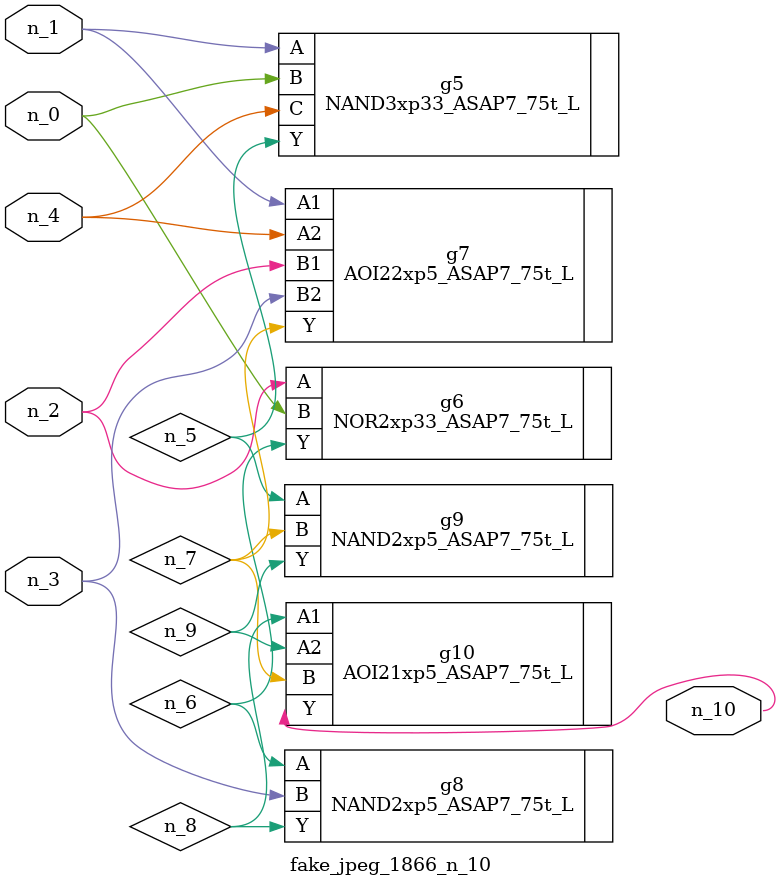
<source format=v>
module fake_jpeg_1866_n_10 (n_3, n_2, n_1, n_0, n_4, n_10);

input n_3;
input n_2;
input n_1;
input n_0;
input n_4;

output n_10;

wire n_8;
wire n_9;
wire n_6;
wire n_5;
wire n_7;

NAND3xp33_ASAP7_75t_L g5 ( 
.A(n_1),
.B(n_0),
.C(n_4),
.Y(n_5)
);

NOR2xp33_ASAP7_75t_L g6 ( 
.A(n_2),
.B(n_0),
.Y(n_6)
);

AOI22xp5_ASAP7_75t_L g7 ( 
.A1(n_1),
.A2(n_4),
.B1(n_2),
.B2(n_3),
.Y(n_7)
);

NAND2xp5_ASAP7_75t_L g8 ( 
.A(n_6),
.B(n_3),
.Y(n_8)
);

AOI21xp5_ASAP7_75t_L g10 ( 
.A1(n_8),
.A2(n_9),
.B(n_7),
.Y(n_10)
);

NAND2xp5_ASAP7_75t_L g9 ( 
.A(n_5),
.B(n_7),
.Y(n_9)
);


endmodule
</source>
